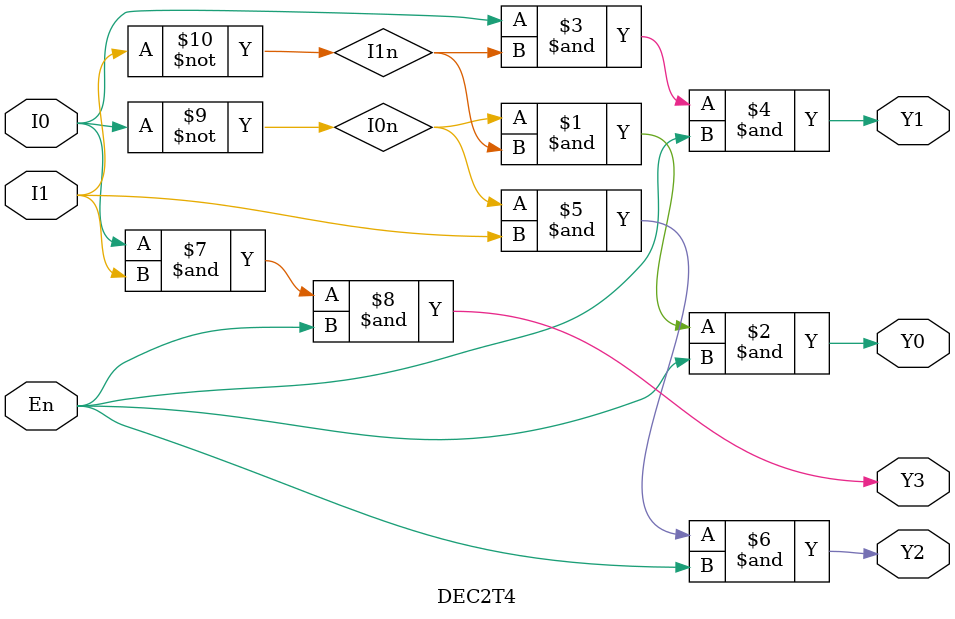
<source format=v>
`timescale 1ns / 1ps
module DEC2T4(I0,I1,En,Y0,Y1,Y2,Y3
    );
	 input I0,I1,En;
	 output Y0,Y1,Y2,Y3;
	 not in1(I0n,I0);
	 not in2(I1n,I1);
	 and i0(Y0,I0n,I1n,En);
	 and i1(Y1,I0,I1n,En);
	 and i2(Y2,I0n,I1,En);
	 and i3(Y3,I0,I1,En);

endmodule

</source>
